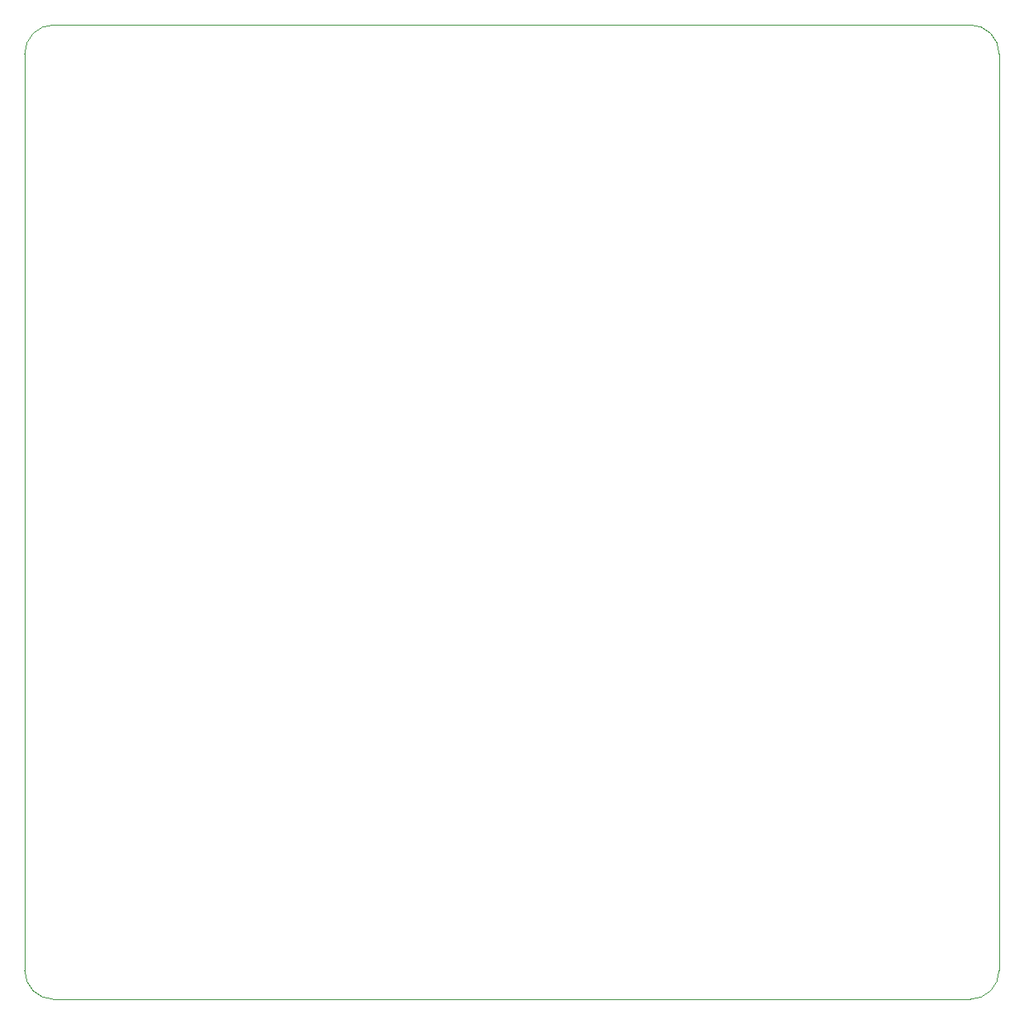
<source format=gm1>
G04 #@! TF.GenerationSoftware,KiCad,Pcbnew,8.0.4*
G04 #@! TF.CreationDate,2024-08-31T14:34:27+03:00*
G04 #@! TF.ProjectId,rioctrl-stepdir4,72696f63-7472-46c2-9d73-746570646972,rev?*
G04 #@! TF.SameCoordinates,Original*
G04 #@! TF.FileFunction,Profile,NP*
%FSLAX46Y46*%
G04 Gerber Fmt 4.6, Leading zero omitted, Abs format (unit mm)*
G04 Created by KiCad (PCBNEW 8.0.4) date 2024-08-31 14:34:27*
%MOMM*%
%LPD*%
G01*
G04 APERTURE LIST*
G04 #@! TA.AperFunction,Profile*
%ADD10C,0.050000*%
G04 #@! TD*
G04 APERTURE END LIST*
D10*
X172000000Y-155000000D02*
X78000000Y-155000000D01*
X75000000Y-58000000D02*
G75*
G02*
X78000000Y-55000000I3000000J0D01*
G01*
X78000000Y-55000000D02*
X172000000Y-55000000D01*
X175000000Y-152000000D02*
G75*
G02*
X172000000Y-155000000I-3000000J0D01*
G01*
X78000000Y-155000000D02*
G75*
G02*
X75000000Y-152000000I0J3000000D01*
G01*
X75000000Y-152000000D02*
X75000000Y-58000000D01*
X175000000Y-58000000D02*
X175000000Y-152000000D01*
X172000000Y-55000000D02*
G75*
G02*
X175000000Y-58000000I0J-3000000D01*
G01*
M02*

</source>
